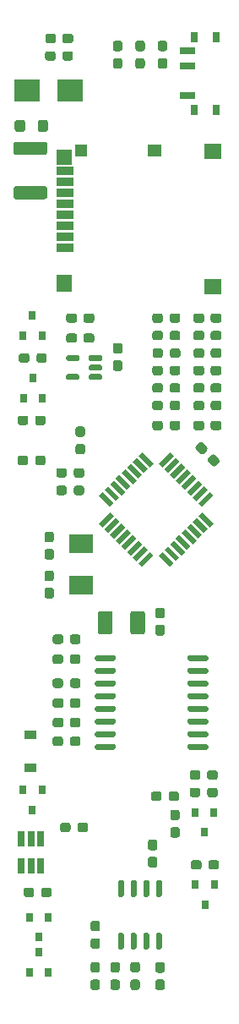
<source format=gtp>
G04 #@! TF.GenerationSoftware,KiCad,Pcbnew,(5.1.6)-1*
G04 #@! TF.CreationDate,2021-08-10T23:40:34-03:00*
G04 #@! TF.ProjectId,TPH_Logger,5450485f-4c6f-4676-9765-722e6b696361,rev?*
G04 #@! TF.SameCoordinates,Original*
G04 #@! TF.FileFunction,Paste,Top*
G04 #@! TF.FilePolarity,Positive*
%FSLAX46Y46*%
G04 Gerber Fmt 4.6, Leading zero omitted, Abs format (unit mm)*
G04 Created by KiCad (PCBNEW (5.1.6)-1) date 2021-08-10 23:40:34*
%MOMM*%
%LPD*%
G01*
G04 APERTURE LIST*
%ADD10R,2.500000X2.300000*%
%ADD11R,1.500000X0.700000*%
%ADD12R,0.800000X1.000000*%
%ADD13R,0.800000X0.900000*%
%ADD14C,0.100000*%
%ADD15R,0.650000X1.560000*%
%ADD16R,2.400000X1.900000*%
%ADD17R,1.676400X0.812800*%
%ADD18R,1.397000X1.295400*%
%ADD19R,1.701800X1.498600*%
%ADD20R,1.498600X1.701800*%
%ADD21R,1.295400X1.295400*%
%ADD22R,1.498600X1.600200*%
%ADD23R,1.200000X0.900000*%
G04 APERTURE END LIST*
D10*
X129750000Y-47500000D03*
X125450000Y-47500000D03*
D11*
X141500000Y-48000000D03*
X141500000Y-45000000D03*
X141500000Y-43500000D03*
D12*
X144360000Y-49400000D03*
X144360000Y-42100000D03*
X142150000Y-42100000D03*
X142150000Y-49400000D03*
G36*
G01*
X143175000Y-75262500D02*
X143175000Y-75737500D01*
G75*
G02*
X142937500Y-75975000I-237500J0D01*
G01*
X142337500Y-75975000D01*
G75*
G02*
X142100000Y-75737500I0J237500D01*
G01*
X142100000Y-75262500D01*
G75*
G02*
X142337500Y-75025000I237500J0D01*
G01*
X142937500Y-75025000D01*
G75*
G02*
X143175000Y-75262500I0J-237500D01*
G01*
G37*
G36*
G01*
X144900000Y-75262500D02*
X144900000Y-75737500D01*
G75*
G02*
X144662500Y-75975000I-237500J0D01*
G01*
X144062500Y-75975000D01*
G75*
G02*
X143825000Y-75737500I0J237500D01*
G01*
X143825000Y-75262500D01*
G75*
G02*
X144062500Y-75025000I237500J0D01*
G01*
X144662500Y-75025000D01*
G75*
G02*
X144900000Y-75262500I0J-237500D01*
G01*
G37*
G36*
G01*
X143175000Y-73512500D02*
X143175000Y-73987500D01*
G75*
G02*
X142937500Y-74225000I-237500J0D01*
G01*
X142337500Y-74225000D01*
G75*
G02*
X142100000Y-73987500I0J237500D01*
G01*
X142100000Y-73512500D01*
G75*
G02*
X142337500Y-73275000I237500J0D01*
G01*
X142937500Y-73275000D01*
G75*
G02*
X143175000Y-73512500I0J-237500D01*
G01*
G37*
G36*
G01*
X144900000Y-73512500D02*
X144900000Y-73987500D01*
G75*
G02*
X144662500Y-74225000I-237500J0D01*
G01*
X144062500Y-74225000D01*
G75*
G02*
X143825000Y-73987500I0J237500D01*
G01*
X143825000Y-73512500D01*
G75*
G02*
X144062500Y-73275000I237500J0D01*
G01*
X144662500Y-73275000D01*
G75*
G02*
X144900000Y-73512500I0J-237500D01*
G01*
G37*
G36*
G01*
X144900000Y-71762500D02*
X144900000Y-72237500D01*
G75*
G02*
X144662500Y-72475000I-237500J0D01*
G01*
X144062500Y-72475000D01*
G75*
G02*
X143825000Y-72237500I0J237500D01*
G01*
X143825000Y-71762500D01*
G75*
G02*
X144062500Y-71525000I237500J0D01*
G01*
X144662500Y-71525000D01*
G75*
G02*
X144900000Y-71762500I0J-237500D01*
G01*
G37*
G36*
G01*
X143175000Y-71762500D02*
X143175000Y-72237500D01*
G75*
G02*
X142937500Y-72475000I-237500J0D01*
G01*
X142337500Y-72475000D01*
G75*
G02*
X142100000Y-72237500I0J237500D01*
G01*
X142100000Y-71762500D01*
G75*
G02*
X142337500Y-71525000I237500J0D01*
G01*
X142937500Y-71525000D01*
G75*
G02*
X143175000Y-71762500I0J-237500D01*
G01*
G37*
G36*
G01*
X144900000Y-77012500D02*
X144900000Y-77487500D01*
G75*
G02*
X144662500Y-77725000I-237500J0D01*
G01*
X144062500Y-77725000D01*
G75*
G02*
X143825000Y-77487500I0J237500D01*
G01*
X143825000Y-77012500D01*
G75*
G02*
X144062500Y-76775000I237500J0D01*
G01*
X144662500Y-76775000D01*
G75*
G02*
X144900000Y-77012500I0J-237500D01*
G01*
G37*
G36*
G01*
X143175000Y-77012500D02*
X143175000Y-77487500D01*
G75*
G02*
X142937500Y-77725000I-237500J0D01*
G01*
X142337500Y-77725000D01*
G75*
G02*
X142100000Y-77487500I0J237500D01*
G01*
X142100000Y-77012500D01*
G75*
G02*
X142337500Y-76775000I237500J0D01*
G01*
X142937500Y-76775000D01*
G75*
G02*
X143175000Y-77012500I0J-237500D01*
G01*
G37*
G36*
G01*
X139025000Y-77012500D02*
X139025000Y-77487500D01*
G75*
G02*
X138787500Y-77725000I-237500J0D01*
G01*
X138212500Y-77725000D01*
G75*
G02*
X137975000Y-77487500I0J237500D01*
G01*
X137975000Y-77012500D01*
G75*
G02*
X138212500Y-76775000I237500J0D01*
G01*
X138787500Y-76775000D01*
G75*
G02*
X139025000Y-77012500I0J-237500D01*
G01*
G37*
G36*
G01*
X140775000Y-77012500D02*
X140775000Y-77487500D01*
G75*
G02*
X140537500Y-77725000I-237500J0D01*
G01*
X139962500Y-77725000D01*
G75*
G02*
X139725000Y-77487500I0J237500D01*
G01*
X139725000Y-77012500D01*
G75*
G02*
X139962500Y-76775000I237500J0D01*
G01*
X140537500Y-76775000D01*
G75*
G02*
X140775000Y-77012500I0J-237500D01*
G01*
G37*
G36*
G01*
X139037500Y-73512500D02*
X139037500Y-73987500D01*
G75*
G02*
X138800000Y-74225000I-237500J0D01*
G01*
X138225000Y-74225000D01*
G75*
G02*
X137987500Y-73987500I0J237500D01*
G01*
X137987500Y-73512500D01*
G75*
G02*
X138225000Y-73275000I237500J0D01*
G01*
X138800000Y-73275000D01*
G75*
G02*
X139037500Y-73512500I0J-237500D01*
G01*
G37*
G36*
G01*
X140787500Y-73512500D02*
X140787500Y-73987500D01*
G75*
G02*
X140550000Y-74225000I-237500J0D01*
G01*
X139975000Y-74225000D01*
G75*
G02*
X139737500Y-73987500I0J237500D01*
G01*
X139737500Y-73512500D01*
G75*
G02*
X139975000Y-73275000I237500J0D01*
G01*
X140550000Y-73275000D01*
G75*
G02*
X140787500Y-73512500I0J-237500D01*
G01*
G37*
G36*
G01*
X139025000Y-75262500D02*
X139025000Y-75737500D01*
G75*
G02*
X138787500Y-75975000I-237500J0D01*
G01*
X138212500Y-75975000D01*
G75*
G02*
X137975000Y-75737500I0J237500D01*
G01*
X137975000Y-75262500D01*
G75*
G02*
X138212500Y-75025000I237500J0D01*
G01*
X138787500Y-75025000D01*
G75*
G02*
X139025000Y-75262500I0J-237500D01*
G01*
G37*
G36*
G01*
X140775000Y-75262500D02*
X140775000Y-75737500D01*
G75*
G02*
X140537500Y-75975000I-237500J0D01*
G01*
X139962500Y-75975000D01*
G75*
G02*
X139725000Y-75737500I0J237500D01*
G01*
X139725000Y-75262500D01*
G75*
G02*
X139962500Y-75025000I237500J0D01*
G01*
X140537500Y-75025000D01*
G75*
G02*
X140775000Y-75262500I0J-237500D01*
G01*
G37*
G36*
G01*
X140775000Y-71762500D02*
X140775000Y-72237500D01*
G75*
G02*
X140537500Y-72475000I-237500J0D01*
G01*
X139962500Y-72475000D01*
G75*
G02*
X139725000Y-72237500I0J237500D01*
G01*
X139725000Y-71762500D01*
G75*
G02*
X139962500Y-71525000I237500J0D01*
G01*
X140537500Y-71525000D01*
G75*
G02*
X140775000Y-71762500I0J-237500D01*
G01*
G37*
G36*
G01*
X139025000Y-71762500D02*
X139025000Y-72237500D01*
G75*
G02*
X138787500Y-72475000I-237500J0D01*
G01*
X138212500Y-72475000D01*
G75*
G02*
X137975000Y-72237500I0J237500D01*
G01*
X137975000Y-71762500D01*
G75*
G02*
X138212500Y-71525000I237500J0D01*
G01*
X138787500Y-71525000D01*
G75*
G02*
X139025000Y-71762500I0J-237500D01*
G01*
G37*
G36*
G01*
X132937500Y-76000000D02*
X132937500Y-76300000D01*
G75*
G02*
X132787500Y-76450000I-150000J0D01*
G01*
X131762500Y-76450000D01*
G75*
G02*
X131612500Y-76300000I0J150000D01*
G01*
X131612500Y-76000000D01*
G75*
G02*
X131762500Y-75850000I150000J0D01*
G01*
X132787500Y-75850000D01*
G75*
G02*
X132937500Y-76000000I0J-150000D01*
G01*
G37*
G36*
G01*
X132937500Y-75050000D02*
X132937500Y-75350000D01*
G75*
G02*
X132787500Y-75500000I-150000J0D01*
G01*
X131762500Y-75500000D01*
G75*
G02*
X131612500Y-75350000I0J150000D01*
G01*
X131612500Y-75050000D01*
G75*
G02*
X131762500Y-74900000I150000J0D01*
G01*
X132787500Y-74900000D01*
G75*
G02*
X132937500Y-75050000I0J-150000D01*
G01*
G37*
G36*
G01*
X132937500Y-74100000D02*
X132937500Y-74400000D01*
G75*
G02*
X132787500Y-74550000I-150000J0D01*
G01*
X131762500Y-74550000D01*
G75*
G02*
X131612500Y-74400000I0J150000D01*
G01*
X131612500Y-74100000D01*
G75*
G02*
X131762500Y-73950000I150000J0D01*
G01*
X132787500Y-73950000D01*
G75*
G02*
X132937500Y-74100000I0J-150000D01*
G01*
G37*
G36*
G01*
X130662500Y-74100000D02*
X130662500Y-74400000D01*
G75*
G02*
X130512500Y-74550000I-150000J0D01*
G01*
X129487500Y-74550000D01*
G75*
G02*
X129337500Y-74400000I0J150000D01*
G01*
X129337500Y-74100000D01*
G75*
G02*
X129487500Y-73950000I150000J0D01*
G01*
X130512500Y-73950000D01*
G75*
G02*
X130662500Y-74100000I0J-150000D01*
G01*
G37*
G36*
G01*
X130662500Y-76000000D02*
X130662500Y-76300000D01*
G75*
G02*
X130512500Y-76450000I-150000J0D01*
G01*
X129487500Y-76450000D01*
G75*
G02*
X129337500Y-76300000I0J150000D01*
G01*
X129337500Y-76000000D01*
G75*
G02*
X129487500Y-75850000I150000J0D01*
G01*
X130512500Y-75850000D01*
G75*
G02*
X130662500Y-76000000I0J-150000D01*
G01*
G37*
G36*
G01*
X134995000Y-128200000D02*
X134695000Y-128200000D01*
G75*
G02*
X134545000Y-128050000I0J150000D01*
G01*
X134545000Y-126700000D01*
G75*
G02*
X134695000Y-126550000I150000J0D01*
G01*
X134995000Y-126550000D01*
G75*
G02*
X135145000Y-126700000I0J-150000D01*
G01*
X135145000Y-128050000D01*
G75*
G02*
X134995000Y-128200000I-150000J0D01*
G01*
G37*
G36*
G01*
X136265000Y-128200000D02*
X135965000Y-128200000D01*
G75*
G02*
X135815000Y-128050000I0J150000D01*
G01*
X135815000Y-126700000D01*
G75*
G02*
X135965000Y-126550000I150000J0D01*
G01*
X136265000Y-126550000D01*
G75*
G02*
X136415000Y-126700000I0J-150000D01*
G01*
X136415000Y-128050000D01*
G75*
G02*
X136265000Y-128200000I-150000J0D01*
G01*
G37*
G36*
G01*
X137535000Y-128200000D02*
X137235000Y-128200000D01*
G75*
G02*
X137085000Y-128050000I0J150000D01*
G01*
X137085000Y-126700000D01*
G75*
G02*
X137235000Y-126550000I150000J0D01*
G01*
X137535000Y-126550000D01*
G75*
G02*
X137685000Y-126700000I0J-150000D01*
G01*
X137685000Y-128050000D01*
G75*
G02*
X137535000Y-128200000I-150000J0D01*
G01*
G37*
G36*
G01*
X138805000Y-128200000D02*
X138505000Y-128200000D01*
G75*
G02*
X138355000Y-128050000I0J150000D01*
G01*
X138355000Y-126700000D01*
G75*
G02*
X138505000Y-126550000I150000J0D01*
G01*
X138805000Y-126550000D01*
G75*
G02*
X138955000Y-126700000I0J-150000D01*
G01*
X138955000Y-128050000D01*
G75*
G02*
X138805000Y-128200000I-150000J0D01*
G01*
G37*
G36*
G01*
X138805000Y-133450000D02*
X138505000Y-133450000D01*
G75*
G02*
X138355000Y-133300000I0J150000D01*
G01*
X138355000Y-131950000D01*
G75*
G02*
X138505000Y-131800000I150000J0D01*
G01*
X138805000Y-131800000D01*
G75*
G02*
X138955000Y-131950000I0J-150000D01*
G01*
X138955000Y-133300000D01*
G75*
G02*
X138805000Y-133450000I-150000J0D01*
G01*
G37*
G36*
G01*
X137535000Y-133450000D02*
X137235000Y-133450000D01*
G75*
G02*
X137085000Y-133300000I0J150000D01*
G01*
X137085000Y-131950000D01*
G75*
G02*
X137235000Y-131800000I150000J0D01*
G01*
X137535000Y-131800000D01*
G75*
G02*
X137685000Y-131950000I0J-150000D01*
G01*
X137685000Y-133300000D01*
G75*
G02*
X137535000Y-133450000I-150000J0D01*
G01*
G37*
G36*
G01*
X136265000Y-133450000D02*
X135965000Y-133450000D01*
G75*
G02*
X135815000Y-133300000I0J150000D01*
G01*
X135815000Y-131950000D01*
G75*
G02*
X135965000Y-131800000I150000J0D01*
G01*
X136265000Y-131800000D01*
G75*
G02*
X136415000Y-131950000I0J-150000D01*
G01*
X136415000Y-133300000D01*
G75*
G02*
X136265000Y-133450000I-150000J0D01*
G01*
G37*
G36*
G01*
X134995000Y-133450000D02*
X134695000Y-133450000D01*
G75*
G02*
X134545000Y-133300000I0J150000D01*
G01*
X134545000Y-131950000D01*
G75*
G02*
X134695000Y-131800000I150000J0D01*
G01*
X134995000Y-131800000D01*
G75*
G02*
X135145000Y-131950000I0J-150000D01*
G01*
X135145000Y-133300000D01*
G75*
G02*
X134995000Y-133450000I-150000J0D01*
G01*
G37*
G36*
G01*
X137250000Y-99825000D02*
X137250000Y-101675000D01*
G75*
G02*
X137000000Y-101925000I-250000J0D01*
G01*
X136000000Y-101925000D01*
G75*
G02*
X135750000Y-101675000I0J250000D01*
G01*
X135750000Y-99825000D01*
G75*
G02*
X136000000Y-99575000I250000J0D01*
G01*
X137000000Y-99575000D01*
G75*
G02*
X137250000Y-99825000I0J-250000D01*
G01*
G37*
G36*
G01*
X134000000Y-99825000D02*
X134000000Y-101675000D01*
G75*
G02*
X133750000Y-101925000I-250000J0D01*
G01*
X132750000Y-101925000D01*
G75*
G02*
X132500000Y-101675000I0J250000D01*
G01*
X132500000Y-99825000D01*
G75*
G02*
X132750000Y-99575000I250000J0D01*
G01*
X133750000Y-99575000D01*
G75*
G02*
X134000000Y-99825000I0J-250000D01*
G01*
G37*
G36*
G01*
X127200000Y-53900000D02*
X124300000Y-53900000D01*
G75*
G02*
X124050000Y-53650000I0J250000D01*
G01*
X124050000Y-52850000D01*
G75*
G02*
X124300000Y-52600000I250000J0D01*
G01*
X127200000Y-52600000D01*
G75*
G02*
X127450000Y-52850000I0J-250000D01*
G01*
X127450000Y-53650000D01*
G75*
G02*
X127200000Y-53900000I-250000J0D01*
G01*
G37*
G36*
G01*
X127200000Y-58350000D02*
X124300000Y-58350000D01*
G75*
G02*
X124050000Y-58100000I0J250000D01*
G01*
X124050000Y-57300000D01*
G75*
G02*
X124300000Y-57050000I250000J0D01*
G01*
X127200000Y-57050000D01*
G75*
G02*
X127450000Y-57300000I0J-250000D01*
G01*
X127450000Y-58100000D01*
G75*
G02*
X127200000Y-58350000I-250000J0D01*
G01*
G37*
G36*
G01*
X126475000Y-51350001D02*
X126475000Y-50649999D01*
G75*
G02*
X126724999Y-50400000I249999J0D01*
G01*
X127275001Y-50400000D01*
G75*
G02*
X127525000Y-50649999I0J-249999D01*
G01*
X127525000Y-51350001D01*
G75*
G02*
X127275001Y-51600000I-249999J0D01*
G01*
X126724999Y-51600000D01*
G75*
G02*
X126475000Y-51350001I0J249999D01*
G01*
G37*
G36*
G01*
X124175000Y-51350001D02*
X124175000Y-50649999D01*
G75*
G02*
X124424999Y-50400000I249999J0D01*
G01*
X124975001Y-50400000D01*
G75*
G02*
X125225000Y-50649999I0J-249999D01*
G01*
X125225000Y-51350001D01*
G75*
G02*
X124975001Y-51600000I-249999J0D01*
G01*
X124424999Y-51600000D01*
G75*
G02*
X124175000Y-51350001I0J249999D01*
G01*
G37*
D13*
X126000000Y-76250000D03*
X126950000Y-78250000D03*
X125050000Y-78250000D03*
X126900000Y-117500000D03*
X125000000Y-117500000D03*
X125950000Y-119500000D03*
X125000000Y-72000000D03*
X126900000Y-72000000D03*
X125950000Y-70000000D03*
X127540000Y-130220000D03*
X125640000Y-130220000D03*
X126590000Y-132220000D03*
X126590000Y-133760000D03*
X127540000Y-135760000D03*
X125640000Y-135760000D03*
D14*
G36*
X132984656Y-91204862D02*
G01*
X132595747Y-90815953D01*
X133727118Y-89684582D01*
X134116027Y-90073491D01*
X132984656Y-91204862D01*
G37*
G36*
X133550342Y-91770547D02*
G01*
X133161433Y-91381638D01*
X134292804Y-90250267D01*
X134681713Y-90639176D01*
X133550342Y-91770547D01*
G37*
G36*
X134116027Y-92336233D02*
G01*
X133727118Y-91947324D01*
X134858489Y-90815953D01*
X135247398Y-91204862D01*
X134116027Y-92336233D01*
G37*
G36*
X134681712Y-92901918D02*
G01*
X134292803Y-92513009D01*
X135424174Y-91381638D01*
X135813083Y-91770547D01*
X134681712Y-92901918D01*
G37*
G36*
X135247398Y-93467604D02*
G01*
X134858489Y-93078695D01*
X135989860Y-91947324D01*
X136378769Y-92336233D01*
X135247398Y-93467604D01*
G37*
G36*
X135813083Y-94033289D02*
G01*
X135424174Y-93644380D01*
X136555545Y-92513009D01*
X136944454Y-92901918D01*
X135813083Y-94033289D01*
G37*
G36*
X136378769Y-94598974D02*
G01*
X135989860Y-94210065D01*
X137121231Y-93078694D01*
X137510140Y-93467603D01*
X136378769Y-94598974D01*
G37*
G36*
X136944454Y-95164660D02*
G01*
X136555545Y-94775751D01*
X137686916Y-93644380D01*
X138075825Y-94033289D01*
X136944454Y-95164660D01*
G37*
G36*
X140126435Y-94775751D02*
G01*
X139737526Y-95164660D01*
X138606155Y-94033289D01*
X138995064Y-93644380D01*
X140126435Y-94775751D01*
G37*
G36*
X140692120Y-94210065D02*
G01*
X140303211Y-94598974D01*
X139171840Y-93467603D01*
X139560749Y-93078694D01*
X140692120Y-94210065D01*
G37*
G36*
X141257806Y-93644380D02*
G01*
X140868897Y-94033289D01*
X139737526Y-92901918D01*
X140126435Y-92513009D01*
X141257806Y-93644380D01*
G37*
G36*
X141823491Y-93078695D02*
G01*
X141434582Y-93467604D01*
X140303211Y-92336233D01*
X140692120Y-91947324D01*
X141823491Y-93078695D01*
G37*
G36*
X142389177Y-92513009D02*
G01*
X142000268Y-92901918D01*
X140868897Y-91770547D01*
X141257806Y-91381638D01*
X142389177Y-92513009D01*
G37*
G36*
X142954862Y-91947324D02*
G01*
X142565953Y-92336233D01*
X141434582Y-91204862D01*
X141823491Y-90815953D01*
X142954862Y-91947324D01*
G37*
G36*
X143520547Y-91381638D02*
G01*
X143131638Y-91770547D01*
X142000267Y-90639176D01*
X142389176Y-90250267D01*
X143520547Y-91381638D01*
G37*
G36*
X144086233Y-90815953D02*
G01*
X143697324Y-91204862D01*
X142565953Y-90073491D01*
X142954862Y-89684582D01*
X144086233Y-90815953D01*
G37*
G36*
X142954862Y-89154252D02*
G01*
X142565953Y-88765343D01*
X143697324Y-87633972D01*
X144086233Y-88022881D01*
X142954862Y-89154252D01*
G37*
G36*
X142389176Y-88588567D02*
G01*
X142000267Y-88199658D01*
X143131638Y-87068287D01*
X143520547Y-87457196D01*
X142389176Y-88588567D01*
G37*
G36*
X141823491Y-88022881D02*
G01*
X141434582Y-87633972D01*
X142565953Y-86502601D01*
X142954862Y-86891510D01*
X141823491Y-88022881D01*
G37*
G36*
X141257806Y-87457196D02*
G01*
X140868897Y-87068287D01*
X142000268Y-85936916D01*
X142389177Y-86325825D01*
X141257806Y-87457196D01*
G37*
G36*
X140692120Y-86891510D02*
G01*
X140303211Y-86502601D01*
X141434582Y-85371230D01*
X141823491Y-85760139D01*
X140692120Y-86891510D01*
G37*
G36*
X140126435Y-86325825D02*
G01*
X139737526Y-85936916D01*
X140868897Y-84805545D01*
X141257806Y-85194454D01*
X140126435Y-86325825D01*
G37*
G36*
X139560749Y-85760140D02*
G01*
X139171840Y-85371231D01*
X140303211Y-84239860D01*
X140692120Y-84628769D01*
X139560749Y-85760140D01*
G37*
G36*
X138995064Y-85194454D02*
G01*
X138606155Y-84805545D01*
X139737526Y-83674174D01*
X140126435Y-84063083D01*
X138995064Y-85194454D01*
G37*
G36*
X138075825Y-84805545D02*
G01*
X137686916Y-85194454D01*
X136555545Y-84063083D01*
X136944454Y-83674174D01*
X138075825Y-84805545D01*
G37*
G36*
X137510140Y-85371231D02*
G01*
X137121231Y-85760140D01*
X135989860Y-84628769D01*
X136378769Y-84239860D01*
X137510140Y-85371231D01*
G37*
G36*
X136944454Y-85936916D02*
G01*
X136555545Y-86325825D01*
X135424174Y-85194454D01*
X135813083Y-84805545D01*
X136944454Y-85936916D01*
G37*
G36*
X136378769Y-86502601D02*
G01*
X135989860Y-86891510D01*
X134858489Y-85760139D01*
X135247398Y-85371230D01*
X136378769Y-86502601D01*
G37*
G36*
X135813083Y-87068287D02*
G01*
X135424174Y-87457196D01*
X134292803Y-86325825D01*
X134681712Y-85936916D01*
X135813083Y-87068287D01*
G37*
G36*
X135247398Y-87633972D02*
G01*
X134858489Y-88022881D01*
X133727118Y-86891510D01*
X134116027Y-86502601D01*
X135247398Y-87633972D01*
G37*
G36*
X134681713Y-88199658D02*
G01*
X134292804Y-88588567D01*
X133161433Y-87457196D01*
X133550342Y-87068287D01*
X134681713Y-88199658D01*
G37*
G36*
X134116027Y-88765343D02*
G01*
X133727118Y-89154252D01*
X132595747Y-88022881D01*
X132984656Y-87633972D01*
X134116027Y-88765343D01*
G37*
G36*
G01*
X132225000Y-104455000D02*
X132225000Y-104155000D01*
G75*
G02*
X132375000Y-104005000I150000J0D01*
G01*
X134125000Y-104005000D01*
G75*
G02*
X134275000Y-104155000I0J-150000D01*
G01*
X134275000Y-104455000D01*
G75*
G02*
X134125000Y-104605000I-150000J0D01*
G01*
X132375000Y-104605000D01*
G75*
G02*
X132225000Y-104455000I0J150000D01*
G01*
G37*
G36*
G01*
X132225000Y-105725000D02*
X132225000Y-105425000D01*
G75*
G02*
X132375000Y-105275000I150000J0D01*
G01*
X134125000Y-105275000D01*
G75*
G02*
X134275000Y-105425000I0J-150000D01*
G01*
X134275000Y-105725000D01*
G75*
G02*
X134125000Y-105875000I-150000J0D01*
G01*
X132375000Y-105875000D01*
G75*
G02*
X132225000Y-105725000I0J150000D01*
G01*
G37*
G36*
G01*
X132225000Y-106995000D02*
X132225000Y-106695000D01*
G75*
G02*
X132375000Y-106545000I150000J0D01*
G01*
X134125000Y-106545000D01*
G75*
G02*
X134275000Y-106695000I0J-150000D01*
G01*
X134275000Y-106995000D01*
G75*
G02*
X134125000Y-107145000I-150000J0D01*
G01*
X132375000Y-107145000D01*
G75*
G02*
X132225000Y-106995000I0J150000D01*
G01*
G37*
G36*
G01*
X132225000Y-108265000D02*
X132225000Y-107965000D01*
G75*
G02*
X132375000Y-107815000I150000J0D01*
G01*
X134125000Y-107815000D01*
G75*
G02*
X134275000Y-107965000I0J-150000D01*
G01*
X134275000Y-108265000D01*
G75*
G02*
X134125000Y-108415000I-150000J0D01*
G01*
X132375000Y-108415000D01*
G75*
G02*
X132225000Y-108265000I0J150000D01*
G01*
G37*
G36*
G01*
X132225000Y-109535000D02*
X132225000Y-109235000D01*
G75*
G02*
X132375000Y-109085000I150000J0D01*
G01*
X134125000Y-109085000D01*
G75*
G02*
X134275000Y-109235000I0J-150000D01*
G01*
X134275000Y-109535000D01*
G75*
G02*
X134125000Y-109685000I-150000J0D01*
G01*
X132375000Y-109685000D01*
G75*
G02*
X132225000Y-109535000I0J150000D01*
G01*
G37*
G36*
G01*
X132225000Y-110805000D02*
X132225000Y-110505000D01*
G75*
G02*
X132375000Y-110355000I150000J0D01*
G01*
X134125000Y-110355000D01*
G75*
G02*
X134275000Y-110505000I0J-150000D01*
G01*
X134275000Y-110805000D01*
G75*
G02*
X134125000Y-110955000I-150000J0D01*
G01*
X132375000Y-110955000D01*
G75*
G02*
X132225000Y-110805000I0J150000D01*
G01*
G37*
G36*
G01*
X132225000Y-112075000D02*
X132225000Y-111775000D01*
G75*
G02*
X132375000Y-111625000I150000J0D01*
G01*
X134125000Y-111625000D01*
G75*
G02*
X134275000Y-111775000I0J-150000D01*
G01*
X134275000Y-112075000D01*
G75*
G02*
X134125000Y-112225000I-150000J0D01*
G01*
X132375000Y-112225000D01*
G75*
G02*
X132225000Y-112075000I0J150000D01*
G01*
G37*
G36*
G01*
X132225000Y-113345000D02*
X132225000Y-113045000D01*
G75*
G02*
X132375000Y-112895000I150000J0D01*
G01*
X134125000Y-112895000D01*
G75*
G02*
X134275000Y-113045000I0J-150000D01*
G01*
X134275000Y-113345000D01*
G75*
G02*
X134125000Y-113495000I-150000J0D01*
G01*
X132375000Y-113495000D01*
G75*
G02*
X132225000Y-113345000I0J150000D01*
G01*
G37*
G36*
G01*
X141525000Y-113345000D02*
X141525000Y-113045000D01*
G75*
G02*
X141675000Y-112895000I150000J0D01*
G01*
X143425000Y-112895000D01*
G75*
G02*
X143575000Y-113045000I0J-150000D01*
G01*
X143575000Y-113345000D01*
G75*
G02*
X143425000Y-113495000I-150000J0D01*
G01*
X141675000Y-113495000D01*
G75*
G02*
X141525000Y-113345000I0J150000D01*
G01*
G37*
G36*
G01*
X141525000Y-112075000D02*
X141525000Y-111775000D01*
G75*
G02*
X141675000Y-111625000I150000J0D01*
G01*
X143425000Y-111625000D01*
G75*
G02*
X143575000Y-111775000I0J-150000D01*
G01*
X143575000Y-112075000D01*
G75*
G02*
X143425000Y-112225000I-150000J0D01*
G01*
X141675000Y-112225000D01*
G75*
G02*
X141525000Y-112075000I0J150000D01*
G01*
G37*
G36*
G01*
X141525000Y-110805000D02*
X141525000Y-110505000D01*
G75*
G02*
X141675000Y-110355000I150000J0D01*
G01*
X143425000Y-110355000D01*
G75*
G02*
X143575000Y-110505000I0J-150000D01*
G01*
X143575000Y-110805000D01*
G75*
G02*
X143425000Y-110955000I-150000J0D01*
G01*
X141675000Y-110955000D01*
G75*
G02*
X141525000Y-110805000I0J150000D01*
G01*
G37*
G36*
G01*
X141525000Y-109535000D02*
X141525000Y-109235000D01*
G75*
G02*
X141675000Y-109085000I150000J0D01*
G01*
X143425000Y-109085000D01*
G75*
G02*
X143575000Y-109235000I0J-150000D01*
G01*
X143575000Y-109535000D01*
G75*
G02*
X143425000Y-109685000I-150000J0D01*
G01*
X141675000Y-109685000D01*
G75*
G02*
X141525000Y-109535000I0J150000D01*
G01*
G37*
G36*
G01*
X141525000Y-108265000D02*
X141525000Y-107965000D01*
G75*
G02*
X141675000Y-107815000I150000J0D01*
G01*
X143425000Y-107815000D01*
G75*
G02*
X143575000Y-107965000I0J-150000D01*
G01*
X143575000Y-108265000D01*
G75*
G02*
X143425000Y-108415000I-150000J0D01*
G01*
X141675000Y-108415000D01*
G75*
G02*
X141525000Y-108265000I0J150000D01*
G01*
G37*
G36*
G01*
X141525000Y-106995000D02*
X141525000Y-106695000D01*
G75*
G02*
X141675000Y-106545000I150000J0D01*
G01*
X143425000Y-106545000D01*
G75*
G02*
X143575000Y-106695000I0J-150000D01*
G01*
X143575000Y-106995000D01*
G75*
G02*
X143425000Y-107145000I-150000J0D01*
G01*
X141675000Y-107145000D01*
G75*
G02*
X141525000Y-106995000I0J150000D01*
G01*
G37*
G36*
G01*
X141525000Y-105725000D02*
X141525000Y-105425000D01*
G75*
G02*
X141675000Y-105275000I150000J0D01*
G01*
X143425000Y-105275000D01*
G75*
G02*
X143575000Y-105425000I0J-150000D01*
G01*
X143575000Y-105725000D01*
G75*
G02*
X143425000Y-105875000I-150000J0D01*
G01*
X141675000Y-105875000D01*
G75*
G02*
X141525000Y-105725000I0J150000D01*
G01*
G37*
G36*
G01*
X141525000Y-104455000D02*
X141525000Y-104155000D01*
G75*
G02*
X141675000Y-104005000I150000J0D01*
G01*
X143425000Y-104005000D01*
G75*
G02*
X143575000Y-104155000I0J-150000D01*
G01*
X143575000Y-104455000D01*
G75*
G02*
X143425000Y-104605000I-150000J0D01*
G01*
X141675000Y-104605000D01*
G75*
G02*
X141525000Y-104455000I0J150000D01*
G01*
G37*
D15*
X125800000Y-122400000D03*
X124850000Y-122400000D03*
X126750000Y-122400000D03*
X126750000Y-125100000D03*
X125800000Y-125100000D03*
X124850000Y-125100000D03*
D16*
X130815800Y-96979229D03*
X130815800Y-92879229D03*
G36*
G01*
X143175000Y-70012500D02*
X143175000Y-70487500D01*
G75*
G02*
X142937500Y-70725000I-237500J0D01*
G01*
X142337500Y-70725000D01*
G75*
G02*
X142100000Y-70487500I0J237500D01*
G01*
X142100000Y-70012500D01*
G75*
G02*
X142337500Y-69775000I237500J0D01*
G01*
X142937500Y-69775000D01*
G75*
G02*
X143175000Y-70012500I0J-237500D01*
G01*
G37*
G36*
G01*
X144900000Y-70012500D02*
X144900000Y-70487500D01*
G75*
G02*
X144662500Y-70725000I-237500J0D01*
G01*
X144062500Y-70725000D01*
G75*
G02*
X143825000Y-70487500I0J237500D01*
G01*
X143825000Y-70012500D01*
G75*
G02*
X144062500Y-69775000I237500J0D01*
G01*
X144662500Y-69775000D01*
G75*
G02*
X144900000Y-70012500I0J-237500D01*
G01*
G37*
G36*
G01*
X143438128Y-83492372D02*
X143102252Y-83828248D01*
G75*
G02*
X142766376Y-83828248I-167938J167938D01*
G01*
X142342112Y-83403984D01*
G75*
G02*
X142342112Y-83068108I167938J167938D01*
G01*
X142677988Y-82732232D01*
G75*
G02*
X143013864Y-82732232I167938J-167938D01*
G01*
X143438128Y-83156496D01*
G75*
G02*
X143438128Y-83492372I-167938J-167938D01*
G01*
G37*
G36*
G01*
X144657888Y-84712132D02*
X144322012Y-85048008D01*
G75*
G02*
X143986136Y-85048008I-167938J167938D01*
G01*
X143561872Y-84623744D01*
G75*
G02*
X143561872Y-84287868I167938J167938D01*
G01*
X143897748Y-83951992D01*
G75*
G02*
X144233624Y-83951992I167938J-167938D01*
G01*
X144657888Y-84376256D01*
G75*
G02*
X144657888Y-84712132I-167938J-167938D01*
G01*
G37*
G36*
G01*
X138987500Y-102037500D02*
X138512500Y-102037500D01*
G75*
G02*
X138275000Y-101800000I0J237500D01*
G01*
X138275000Y-101200000D01*
G75*
G02*
X138512500Y-100962500I237500J0D01*
G01*
X138987500Y-100962500D01*
G75*
G02*
X139225000Y-101200000I0J-237500D01*
G01*
X139225000Y-101800000D01*
G75*
G02*
X138987500Y-102037500I-237500J0D01*
G01*
G37*
G36*
G01*
X138987500Y-100312500D02*
X138512500Y-100312500D01*
G75*
G02*
X138275000Y-100075000I0J237500D01*
G01*
X138275000Y-99475000D01*
G75*
G02*
X138512500Y-99237500I237500J0D01*
G01*
X138987500Y-99237500D01*
G75*
G02*
X139225000Y-99475000I0J-237500D01*
G01*
X139225000Y-100075000D01*
G75*
G02*
X138987500Y-100312500I-237500J0D01*
G01*
G37*
G36*
G01*
X129712500Y-110987500D02*
X129712500Y-110512500D01*
G75*
G02*
X129950000Y-110275000I237500J0D01*
G01*
X130550000Y-110275000D01*
G75*
G02*
X130787500Y-110512500I0J-237500D01*
G01*
X130787500Y-110987500D01*
G75*
G02*
X130550000Y-111225000I-237500J0D01*
G01*
X129950000Y-111225000D01*
G75*
G02*
X129712500Y-110987500I0J237500D01*
G01*
G37*
G36*
G01*
X127987500Y-110987500D02*
X127987500Y-110512500D01*
G75*
G02*
X128225000Y-110275000I237500J0D01*
G01*
X128825000Y-110275000D01*
G75*
G02*
X129062500Y-110512500I0J-237500D01*
G01*
X129062500Y-110987500D01*
G75*
G02*
X128825000Y-111225000I-237500J0D01*
G01*
X128225000Y-111225000D01*
G75*
G02*
X127987500Y-110987500I0J237500D01*
G01*
G37*
G36*
G01*
X127871319Y-94434623D02*
X127396319Y-94434623D01*
G75*
G02*
X127158819Y-94197123I0J237500D01*
G01*
X127158819Y-93597123D01*
G75*
G02*
X127396319Y-93359623I237500J0D01*
G01*
X127871319Y-93359623D01*
G75*
G02*
X128108819Y-93597123I0J-237500D01*
G01*
X128108819Y-94197123D01*
G75*
G02*
X127871319Y-94434623I-237500J0D01*
G01*
G37*
G36*
G01*
X127871319Y-92709623D02*
X127396319Y-92709623D01*
G75*
G02*
X127158819Y-92472123I0J237500D01*
G01*
X127158819Y-91872123D01*
G75*
G02*
X127396319Y-91634623I237500J0D01*
G01*
X127871319Y-91634623D01*
G75*
G02*
X128108819Y-91872123I0J-237500D01*
G01*
X128108819Y-92472123D01*
G75*
G02*
X127871319Y-92709623I-237500J0D01*
G01*
G37*
G36*
G01*
X127396319Y-95523710D02*
X127871319Y-95523710D01*
G75*
G02*
X128108819Y-95761210I0J-237500D01*
G01*
X128108819Y-96361210D01*
G75*
G02*
X127871319Y-96598710I-237500J0D01*
G01*
X127396319Y-96598710D01*
G75*
G02*
X127158819Y-96361210I0J237500D01*
G01*
X127158819Y-95761210D01*
G75*
G02*
X127396319Y-95523710I237500J0D01*
G01*
G37*
G36*
G01*
X127396319Y-97248710D02*
X127871319Y-97248710D01*
G75*
G02*
X128108819Y-97486210I0J-237500D01*
G01*
X128108819Y-98086210D01*
G75*
G02*
X127871319Y-98323710I-237500J0D01*
G01*
X127396319Y-98323710D01*
G75*
G02*
X127158819Y-98086210I0J237500D01*
G01*
X127158819Y-97486210D01*
G75*
G02*
X127396319Y-97248710I237500J0D01*
G01*
G37*
G36*
G01*
X143175000Y-78762500D02*
X143175000Y-79237500D01*
G75*
G02*
X142937500Y-79475000I-237500J0D01*
G01*
X142337500Y-79475000D01*
G75*
G02*
X142100000Y-79237500I0J237500D01*
G01*
X142100000Y-78762500D01*
G75*
G02*
X142337500Y-78525000I237500J0D01*
G01*
X142937500Y-78525000D01*
G75*
G02*
X143175000Y-78762500I0J-237500D01*
G01*
G37*
G36*
G01*
X144900000Y-78762500D02*
X144900000Y-79237500D01*
G75*
G02*
X144662500Y-79475000I-237500J0D01*
G01*
X144062500Y-79475000D01*
G75*
G02*
X143825000Y-79237500I0J237500D01*
G01*
X143825000Y-78762500D01*
G75*
G02*
X144062500Y-78525000I237500J0D01*
G01*
X144662500Y-78525000D01*
G75*
G02*
X144900000Y-78762500I0J-237500D01*
G01*
G37*
G36*
G01*
X142100000Y-81237500D02*
X142100000Y-80762500D01*
G75*
G02*
X142337500Y-80525000I237500J0D01*
G01*
X142937500Y-80525000D01*
G75*
G02*
X143175000Y-80762500I0J-237500D01*
G01*
X143175000Y-81237500D01*
G75*
G02*
X142937500Y-81475000I-237500J0D01*
G01*
X142337500Y-81475000D01*
G75*
G02*
X142100000Y-81237500I0J237500D01*
G01*
G37*
G36*
G01*
X143825000Y-81237500D02*
X143825000Y-80762500D01*
G75*
G02*
X144062500Y-80525000I237500J0D01*
G01*
X144662500Y-80525000D01*
G75*
G02*
X144900000Y-80762500I0J-237500D01*
G01*
X144900000Y-81237500D01*
G75*
G02*
X144662500Y-81475000I-237500J0D01*
G01*
X144062500Y-81475000D01*
G75*
G02*
X143825000Y-81237500I0J237500D01*
G01*
G37*
G36*
G01*
X127987500Y-109037500D02*
X127987500Y-108562500D01*
G75*
G02*
X128225000Y-108325000I237500J0D01*
G01*
X128825000Y-108325000D01*
G75*
G02*
X129062500Y-108562500I0J-237500D01*
G01*
X129062500Y-109037500D01*
G75*
G02*
X128825000Y-109275000I-237500J0D01*
G01*
X128225000Y-109275000D01*
G75*
G02*
X127987500Y-109037500I0J237500D01*
G01*
G37*
G36*
G01*
X129712500Y-109037500D02*
X129712500Y-108562500D01*
G75*
G02*
X129950000Y-108325000I237500J0D01*
G01*
X130550000Y-108325000D01*
G75*
G02*
X130787500Y-108562500I0J-237500D01*
G01*
X130787500Y-109037500D01*
G75*
G02*
X130550000Y-109275000I-237500J0D01*
G01*
X129950000Y-109275000D01*
G75*
G02*
X129712500Y-109037500I0J237500D01*
G01*
G37*
G36*
G01*
X129062500Y-102162500D02*
X129062500Y-102637500D01*
G75*
G02*
X128825000Y-102875000I-237500J0D01*
G01*
X128225000Y-102875000D01*
G75*
G02*
X127987500Y-102637500I0J237500D01*
G01*
X127987500Y-102162500D01*
G75*
G02*
X128225000Y-101925000I237500J0D01*
G01*
X128825000Y-101925000D01*
G75*
G02*
X129062500Y-102162500I0J-237500D01*
G01*
G37*
G36*
G01*
X130787500Y-102162500D02*
X130787500Y-102637500D01*
G75*
G02*
X130550000Y-102875000I-237500J0D01*
G01*
X129950000Y-102875000D01*
G75*
G02*
X129712500Y-102637500I0J237500D01*
G01*
X129712500Y-102162500D01*
G75*
G02*
X129950000Y-101925000I237500J0D01*
G01*
X130550000Y-101925000D01*
G75*
G02*
X130787500Y-102162500I0J-237500D01*
G01*
G37*
G36*
G01*
X128962500Y-42487500D02*
X128962500Y-42012500D01*
G75*
G02*
X129200000Y-41775000I237500J0D01*
G01*
X129800000Y-41775000D01*
G75*
G02*
X130037500Y-42012500I0J-237500D01*
G01*
X130037500Y-42487500D01*
G75*
G02*
X129800000Y-42725000I-237500J0D01*
G01*
X129200000Y-42725000D01*
G75*
G02*
X128962500Y-42487500I0J237500D01*
G01*
G37*
G36*
G01*
X127237500Y-42487500D02*
X127237500Y-42012500D01*
G75*
G02*
X127475000Y-41775000I237500J0D01*
G01*
X128075000Y-41775000D01*
G75*
G02*
X128312500Y-42012500I0J-237500D01*
G01*
X128312500Y-42487500D01*
G75*
G02*
X128075000Y-42725000I-237500J0D01*
G01*
X127475000Y-42725000D01*
G75*
G02*
X127237500Y-42487500I0J237500D01*
G01*
G37*
G36*
G01*
X138987500Y-137537500D02*
X138512500Y-137537500D01*
G75*
G02*
X138275000Y-137300000I0J237500D01*
G01*
X138275000Y-136700000D01*
G75*
G02*
X138512500Y-136462500I237500J0D01*
G01*
X138987500Y-136462500D01*
G75*
G02*
X139225000Y-136700000I0J-237500D01*
G01*
X139225000Y-137300000D01*
G75*
G02*
X138987500Y-137537500I-237500J0D01*
G01*
G37*
G36*
G01*
X138987500Y-135812500D02*
X138512500Y-135812500D01*
G75*
G02*
X138275000Y-135575000I0J237500D01*
G01*
X138275000Y-134975000D01*
G75*
G02*
X138512500Y-134737500I237500J0D01*
G01*
X138987500Y-134737500D01*
G75*
G02*
X139225000Y-134975000I0J-237500D01*
G01*
X139225000Y-135575000D01*
G75*
G02*
X138987500Y-135812500I-237500J0D01*
G01*
G37*
G36*
G01*
X137762500Y-124187500D02*
X138237500Y-124187500D01*
G75*
G02*
X138475000Y-124425000I0J-237500D01*
G01*
X138475000Y-125025000D01*
G75*
G02*
X138237500Y-125262500I-237500J0D01*
G01*
X137762500Y-125262500D01*
G75*
G02*
X137525000Y-125025000I0J237500D01*
G01*
X137525000Y-124425000D01*
G75*
G02*
X137762500Y-124187500I237500J0D01*
G01*
G37*
G36*
G01*
X137762500Y-122462500D02*
X138237500Y-122462500D01*
G75*
G02*
X138475000Y-122700000I0J-237500D01*
G01*
X138475000Y-123300000D01*
G75*
G02*
X138237500Y-123537500I-237500J0D01*
G01*
X137762500Y-123537500D01*
G75*
G02*
X137525000Y-123300000I0J237500D01*
G01*
X137525000Y-122700000D01*
G75*
G02*
X137762500Y-122462500I237500J0D01*
G01*
G37*
G36*
G01*
X131075000Y-72487500D02*
X131075000Y-72012500D01*
G75*
G02*
X131312500Y-71775000I237500J0D01*
G01*
X131912500Y-71775000D01*
G75*
G02*
X132150000Y-72012500I0J-237500D01*
G01*
X132150000Y-72487500D01*
G75*
G02*
X131912500Y-72725000I-237500J0D01*
G01*
X131312500Y-72725000D01*
G75*
G02*
X131075000Y-72487500I0J237500D01*
G01*
G37*
G36*
G01*
X129350000Y-72487500D02*
X129350000Y-72012500D01*
G75*
G02*
X129587500Y-71775000I237500J0D01*
G01*
X130187500Y-71775000D01*
G75*
G02*
X130425000Y-72012500I0J-237500D01*
G01*
X130425000Y-72487500D01*
G75*
G02*
X130187500Y-72725000I-237500J0D01*
G01*
X129587500Y-72725000D01*
G75*
G02*
X129350000Y-72487500I0J237500D01*
G01*
G37*
G36*
G01*
X129350000Y-70487500D02*
X129350000Y-70012500D01*
G75*
G02*
X129587500Y-69775000I237500J0D01*
G01*
X130187500Y-69775000D01*
G75*
G02*
X130425000Y-70012500I0J-237500D01*
G01*
X130425000Y-70487500D01*
G75*
G02*
X130187500Y-70725000I-237500J0D01*
G01*
X129587500Y-70725000D01*
G75*
G02*
X129350000Y-70487500I0J237500D01*
G01*
G37*
G36*
G01*
X131075000Y-70487500D02*
X131075000Y-70012500D01*
G75*
G02*
X131312500Y-69775000I237500J0D01*
G01*
X131912500Y-69775000D01*
G75*
G02*
X132150000Y-70012500I0J-237500D01*
G01*
X132150000Y-70487500D01*
G75*
G02*
X131912500Y-70725000I-237500J0D01*
G01*
X131312500Y-70725000D01*
G75*
G02*
X131075000Y-70487500I0J237500D01*
G01*
G37*
G36*
G01*
X140775000Y-70012500D02*
X140775000Y-70487500D01*
G75*
G02*
X140537500Y-70725000I-237500J0D01*
G01*
X139962500Y-70725000D01*
G75*
G02*
X139725000Y-70487500I0J237500D01*
G01*
X139725000Y-70012500D01*
G75*
G02*
X139962500Y-69775000I237500J0D01*
G01*
X140537500Y-69775000D01*
G75*
G02*
X140775000Y-70012500I0J-237500D01*
G01*
G37*
G36*
G01*
X139025000Y-70012500D02*
X139025000Y-70487500D01*
G75*
G02*
X138787500Y-70725000I-237500J0D01*
G01*
X138212500Y-70725000D01*
G75*
G02*
X137975000Y-70487500I0J237500D01*
G01*
X137975000Y-70012500D01*
G75*
G02*
X138212500Y-69775000I237500J0D01*
G01*
X138787500Y-69775000D01*
G75*
G02*
X139025000Y-70012500I0J-237500D01*
G01*
G37*
G36*
G01*
X125525000Y-80262500D02*
X125525000Y-80737500D01*
G75*
G02*
X125287500Y-80975000I-237500J0D01*
G01*
X124712500Y-80975000D01*
G75*
G02*
X124475000Y-80737500I0J237500D01*
G01*
X124475000Y-80262500D01*
G75*
G02*
X124712500Y-80025000I237500J0D01*
G01*
X125287500Y-80025000D01*
G75*
G02*
X125525000Y-80262500I0J-237500D01*
G01*
G37*
G36*
G01*
X127275000Y-80262500D02*
X127275000Y-80737500D01*
G75*
G02*
X127037500Y-80975000I-237500J0D01*
G01*
X126462500Y-80975000D01*
G75*
G02*
X126225000Y-80737500I0J237500D01*
G01*
X126225000Y-80262500D01*
G75*
G02*
X126462500Y-80025000I237500J0D01*
G01*
X127037500Y-80025000D01*
G75*
G02*
X127275000Y-80262500I0J-237500D01*
G01*
G37*
G36*
G01*
X130512500Y-81100000D02*
X130987500Y-81100000D01*
G75*
G02*
X131225000Y-81337500I0J-237500D01*
G01*
X131225000Y-81912500D01*
G75*
G02*
X130987500Y-82150000I-237500J0D01*
G01*
X130512500Y-82150000D01*
G75*
G02*
X130275000Y-81912500I0J237500D01*
G01*
X130275000Y-81337500D01*
G75*
G02*
X130512500Y-81100000I237500J0D01*
G01*
G37*
G36*
G01*
X130512500Y-82850000D02*
X130987500Y-82850000D01*
G75*
G02*
X131225000Y-83087500I0J-237500D01*
G01*
X131225000Y-83662500D01*
G75*
G02*
X130987500Y-83900000I-237500J0D01*
G01*
X130512500Y-83900000D01*
G75*
G02*
X130275000Y-83662500I0J237500D01*
G01*
X130275000Y-83087500D01*
G75*
G02*
X130512500Y-82850000I237500J0D01*
G01*
G37*
G36*
G01*
X137975000Y-79237500D02*
X137975000Y-78762500D01*
G75*
G02*
X138212500Y-78525000I237500J0D01*
G01*
X138787500Y-78525000D01*
G75*
G02*
X139025000Y-78762500I0J-237500D01*
G01*
X139025000Y-79237500D01*
G75*
G02*
X138787500Y-79475000I-237500J0D01*
G01*
X138212500Y-79475000D01*
G75*
G02*
X137975000Y-79237500I0J237500D01*
G01*
G37*
G36*
G01*
X139725000Y-79237500D02*
X139725000Y-78762500D01*
G75*
G02*
X139962500Y-78525000I237500J0D01*
G01*
X140537500Y-78525000D01*
G75*
G02*
X140775000Y-78762500I0J-237500D01*
G01*
X140775000Y-79237500D01*
G75*
G02*
X140537500Y-79475000I-237500J0D01*
G01*
X139962500Y-79475000D01*
G75*
G02*
X139725000Y-79237500I0J237500D01*
G01*
G37*
G36*
G01*
X137975000Y-81237500D02*
X137975000Y-80762500D01*
G75*
G02*
X138212500Y-80525000I237500J0D01*
G01*
X138787500Y-80525000D01*
G75*
G02*
X139025000Y-80762500I0J-237500D01*
G01*
X139025000Y-81237500D01*
G75*
G02*
X138787500Y-81475000I-237500J0D01*
G01*
X138212500Y-81475000D01*
G75*
G02*
X137975000Y-81237500I0J237500D01*
G01*
G37*
G36*
G01*
X139725000Y-81237500D02*
X139725000Y-80762500D01*
G75*
G02*
X139962500Y-80525000I237500J0D01*
G01*
X140537500Y-80525000D01*
G75*
G02*
X140775000Y-80762500I0J-237500D01*
G01*
X140775000Y-81237500D01*
G75*
G02*
X140537500Y-81475000I-237500J0D01*
G01*
X139962500Y-81475000D01*
G75*
G02*
X139725000Y-81237500I0J237500D01*
G01*
G37*
G36*
G01*
X130775000Y-106562500D02*
X130775000Y-107037500D01*
G75*
G02*
X130537500Y-107275000I-237500J0D01*
G01*
X129962500Y-107275000D01*
G75*
G02*
X129725000Y-107037500I0J237500D01*
G01*
X129725000Y-106562500D01*
G75*
G02*
X129962500Y-106325000I237500J0D01*
G01*
X130537500Y-106325000D01*
G75*
G02*
X130775000Y-106562500I0J-237500D01*
G01*
G37*
G36*
G01*
X129025000Y-106562500D02*
X129025000Y-107037500D01*
G75*
G02*
X128787500Y-107275000I-237500J0D01*
G01*
X128212500Y-107275000D01*
G75*
G02*
X127975000Y-107037500I0J237500D01*
G01*
X127975000Y-106562500D01*
G75*
G02*
X128212500Y-106325000I237500J0D01*
G01*
X128787500Y-106325000D01*
G75*
G02*
X129025000Y-106562500I0J-237500D01*
G01*
G37*
G36*
G01*
X127975000Y-104637500D02*
X127975000Y-104162500D01*
G75*
G02*
X128212500Y-103925000I237500J0D01*
G01*
X128787500Y-103925000D01*
G75*
G02*
X129025000Y-104162500I0J-237500D01*
G01*
X129025000Y-104637500D01*
G75*
G02*
X128787500Y-104875000I-237500J0D01*
G01*
X128212500Y-104875000D01*
G75*
G02*
X127975000Y-104637500I0J237500D01*
G01*
G37*
G36*
G01*
X129725000Y-104637500D02*
X129725000Y-104162500D01*
G75*
G02*
X129962500Y-103925000I237500J0D01*
G01*
X130537500Y-103925000D01*
G75*
G02*
X130775000Y-104162500I0J-237500D01*
G01*
X130775000Y-104637500D01*
G75*
G02*
X130537500Y-104875000I-237500J0D01*
G01*
X129962500Y-104875000D01*
G75*
G02*
X129725000Y-104637500I0J237500D01*
G01*
G37*
G36*
G01*
X134737500Y-45275000D02*
X134262500Y-45275000D01*
G75*
G02*
X134025000Y-45037500I0J237500D01*
G01*
X134025000Y-44462500D01*
G75*
G02*
X134262500Y-44225000I237500J0D01*
G01*
X134737500Y-44225000D01*
G75*
G02*
X134975000Y-44462500I0J-237500D01*
G01*
X134975000Y-45037500D01*
G75*
G02*
X134737500Y-45275000I-237500J0D01*
G01*
G37*
G36*
G01*
X134737500Y-43525000D02*
X134262500Y-43525000D01*
G75*
G02*
X134025000Y-43287500I0J237500D01*
G01*
X134025000Y-42712500D01*
G75*
G02*
X134262500Y-42475000I237500J0D01*
G01*
X134737500Y-42475000D01*
G75*
G02*
X134975000Y-42712500I0J-237500D01*
G01*
X134975000Y-43287500D01*
G75*
G02*
X134737500Y-43525000I-237500J0D01*
G01*
G37*
G36*
G01*
X136987500Y-43525000D02*
X136512500Y-43525000D01*
G75*
G02*
X136275000Y-43287500I0J237500D01*
G01*
X136275000Y-42712500D01*
G75*
G02*
X136512500Y-42475000I237500J0D01*
G01*
X136987500Y-42475000D01*
G75*
G02*
X137225000Y-42712500I0J-237500D01*
G01*
X137225000Y-43287500D01*
G75*
G02*
X136987500Y-43525000I-237500J0D01*
G01*
G37*
G36*
G01*
X136987500Y-45275000D02*
X136512500Y-45275000D01*
G75*
G02*
X136275000Y-45037500I0J237500D01*
G01*
X136275000Y-44462500D01*
G75*
G02*
X136512500Y-44225000I237500J0D01*
G01*
X136987500Y-44225000D01*
G75*
G02*
X137225000Y-44462500I0J-237500D01*
G01*
X137225000Y-45037500D01*
G75*
G02*
X136987500Y-45275000I-237500J0D01*
G01*
G37*
G36*
G01*
X127225000Y-44237500D02*
X127225000Y-43762500D01*
G75*
G02*
X127462500Y-43525000I237500J0D01*
G01*
X128037500Y-43525000D01*
G75*
G02*
X128275000Y-43762500I0J-237500D01*
G01*
X128275000Y-44237500D01*
G75*
G02*
X128037500Y-44475000I-237500J0D01*
G01*
X127462500Y-44475000D01*
G75*
G02*
X127225000Y-44237500I0J237500D01*
G01*
G37*
G36*
G01*
X128975000Y-44237500D02*
X128975000Y-43762500D01*
G75*
G02*
X129212500Y-43525000I237500J0D01*
G01*
X129787500Y-43525000D01*
G75*
G02*
X130025000Y-43762500I0J-237500D01*
G01*
X130025000Y-44237500D01*
G75*
G02*
X129787500Y-44475000I-237500J0D01*
G01*
X129212500Y-44475000D01*
G75*
G02*
X128975000Y-44237500I0J237500D01*
G01*
G37*
G36*
G01*
X136012500Y-134725000D02*
X136487500Y-134725000D01*
G75*
G02*
X136725000Y-134962500I0J-237500D01*
G01*
X136725000Y-135537500D01*
G75*
G02*
X136487500Y-135775000I-237500J0D01*
G01*
X136012500Y-135775000D01*
G75*
G02*
X135775000Y-135537500I0J237500D01*
G01*
X135775000Y-134962500D01*
G75*
G02*
X136012500Y-134725000I237500J0D01*
G01*
G37*
G36*
G01*
X136012500Y-136475000D02*
X136487500Y-136475000D01*
G75*
G02*
X136725000Y-136712500I0J-237500D01*
G01*
X136725000Y-137287500D01*
G75*
G02*
X136487500Y-137525000I-237500J0D01*
G01*
X136012500Y-137525000D01*
G75*
G02*
X135775000Y-137287500I0J237500D01*
G01*
X135775000Y-136712500D01*
G75*
G02*
X136012500Y-136475000I237500J0D01*
G01*
G37*
G36*
G01*
X134012500Y-136475000D02*
X134487500Y-136475000D01*
G75*
G02*
X134725000Y-136712500I0J-237500D01*
G01*
X134725000Y-137287500D01*
G75*
G02*
X134487500Y-137525000I-237500J0D01*
G01*
X134012500Y-137525000D01*
G75*
G02*
X133775000Y-137287500I0J237500D01*
G01*
X133775000Y-136712500D01*
G75*
G02*
X134012500Y-136475000I237500J0D01*
G01*
G37*
G36*
G01*
X134012500Y-134725000D02*
X134487500Y-134725000D01*
G75*
G02*
X134725000Y-134962500I0J-237500D01*
G01*
X134725000Y-135537500D01*
G75*
G02*
X134487500Y-135775000I-237500J0D01*
G01*
X134012500Y-135775000D01*
G75*
G02*
X133775000Y-135537500I0J237500D01*
G01*
X133775000Y-134962500D01*
G75*
G02*
X134012500Y-134725000I237500J0D01*
G01*
G37*
G36*
G01*
X132012500Y-132350000D02*
X132487500Y-132350000D01*
G75*
G02*
X132725000Y-132587500I0J-237500D01*
G01*
X132725000Y-133162500D01*
G75*
G02*
X132487500Y-133400000I-237500J0D01*
G01*
X132012500Y-133400000D01*
G75*
G02*
X131775000Y-133162500I0J237500D01*
G01*
X131775000Y-132587500D01*
G75*
G02*
X132012500Y-132350000I237500J0D01*
G01*
G37*
G36*
G01*
X132012500Y-130600000D02*
X132487500Y-130600000D01*
G75*
G02*
X132725000Y-130837500I0J-237500D01*
G01*
X132725000Y-131412500D01*
G75*
G02*
X132487500Y-131650000I-237500J0D01*
G01*
X132012500Y-131650000D01*
G75*
G02*
X131775000Y-131412500I0J237500D01*
G01*
X131775000Y-130837500D01*
G75*
G02*
X132012500Y-130600000I237500J0D01*
G01*
G37*
G36*
G01*
X132012500Y-134725000D02*
X132487500Y-134725000D01*
G75*
G02*
X132725000Y-134962500I0J-237500D01*
G01*
X132725000Y-135537500D01*
G75*
G02*
X132487500Y-135775000I-237500J0D01*
G01*
X132012500Y-135775000D01*
G75*
G02*
X131775000Y-135537500I0J237500D01*
G01*
X131775000Y-134962500D01*
G75*
G02*
X132012500Y-134725000I237500J0D01*
G01*
G37*
G36*
G01*
X132012500Y-136475000D02*
X132487500Y-136475000D01*
G75*
G02*
X132725000Y-136712500I0J-237500D01*
G01*
X132725000Y-137287500D01*
G75*
G02*
X132487500Y-137525000I-237500J0D01*
G01*
X132012500Y-137525000D01*
G75*
G02*
X131775000Y-137287500I0J237500D01*
G01*
X131775000Y-136712500D01*
G75*
G02*
X132012500Y-136475000I237500J0D01*
G01*
G37*
G36*
G01*
X127400000Y-74012500D02*
X127400000Y-74487500D01*
G75*
G02*
X127162500Y-74725000I-237500J0D01*
G01*
X126587500Y-74725000D01*
G75*
G02*
X126350000Y-74487500I0J237500D01*
G01*
X126350000Y-74012500D01*
G75*
G02*
X126587500Y-73775000I237500J0D01*
G01*
X127162500Y-73775000D01*
G75*
G02*
X127400000Y-74012500I0J-237500D01*
G01*
G37*
G36*
G01*
X125650000Y-74012500D02*
X125650000Y-74487500D01*
G75*
G02*
X125412500Y-74725000I-237500J0D01*
G01*
X124837500Y-74725000D01*
G75*
G02*
X124600000Y-74487500I0J237500D01*
G01*
X124600000Y-74012500D01*
G75*
G02*
X124837500Y-73775000I237500J0D01*
G01*
X125412500Y-73775000D01*
G75*
G02*
X125650000Y-74012500I0J-237500D01*
G01*
G37*
G36*
G01*
X130475000Y-121487500D02*
X130475000Y-121012500D01*
G75*
G02*
X130712500Y-120775000I237500J0D01*
G01*
X131287500Y-120775000D01*
G75*
G02*
X131525000Y-121012500I0J-237500D01*
G01*
X131525000Y-121487500D01*
G75*
G02*
X131287500Y-121725000I-237500J0D01*
G01*
X130712500Y-121725000D01*
G75*
G02*
X130475000Y-121487500I0J237500D01*
G01*
G37*
G36*
G01*
X128725000Y-121487500D02*
X128725000Y-121012500D01*
G75*
G02*
X128962500Y-120775000I237500J0D01*
G01*
X129537500Y-120775000D01*
G75*
G02*
X129775000Y-121012500I0J-237500D01*
G01*
X129775000Y-121487500D01*
G75*
G02*
X129537500Y-121725000I-237500J0D01*
G01*
X128962500Y-121725000D01*
G75*
G02*
X128725000Y-121487500I0J237500D01*
G01*
G37*
G36*
G01*
X126825000Y-127987500D02*
X126825000Y-127512500D01*
G75*
G02*
X127062500Y-127275000I237500J0D01*
G01*
X127637500Y-127275000D01*
G75*
G02*
X127875000Y-127512500I0J-237500D01*
G01*
X127875000Y-127987500D01*
G75*
G02*
X127637500Y-128225000I-237500J0D01*
G01*
X127062500Y-128225000D01*
G75*
G02*
X126825000Y-127987500I0J237500D01*
G01*
G37*
G36*
G01*
X125075000Y-127987500D02*
X125075000Y-127512500D01*
G75*
G02*
X125312500Y-127275000I237500J0D01*
G01*
X125887500Y-127275000D01*
G75*
G02*
X126125000Y-127512500I0J-237500D01*
G01*
X126125000Y-127987500D01*
G75*
G02*
X125887500Y-128225000I-237500J0D01*
G01*
X125312500Y-128225000D01*
G75*
G02*
X125075000Y-127987500I0J237500D01*
G01*
G37*
G36*
G01*
X126225000Y-84737500D02*
X126225000Y-84262500D01*
G75*
G02*
X126462500Y-84025000I237500J0D01*
G01*
X127037500Y-84025000D01*
G75*
G02*
X127275000Y-84262500I0J-237500D01*
G01*
X127275000Y-84737500D01*
G75*
G02*
X127037500Y-84975000I-237500J0D01*
G01*
X126462500Y-84975000D01*
G75*
G02*
X126225000Y-84737500I0J237500D01*
G01*
G37*
G36*
G01*
X124475000Y-84737500D02*
X124475000Y-84262500D01*
G75*
G02*
X124712500Y-84025000I237500J0D01*
G01*
X125287500Y-84025000D01*
G75*
G02*
X125525000Y-84262500I0J-237500D01*
G01*
X125525000Y-84737500D01*
G75*
G02*
X125287500Y-84975000I-237500J0D01*
G01*
X124712500Y-84975000D01*
G75*
G02*
X124475000Y-84737500I0J237500D01*
G01*
G37*
G36*
G01*
X129025000Y-112387500D02*
X129025000Y-112862500D01*
G75*
G02*
X128787500Y-113100000I-237500J0D01*
G01*
X128212500Y-113100000D01*
G75*
G02*
X127975000Y-112862500I0J237500D01*
G01*
X127975000Y-112387500D01*
G75*
G02*
X128212500Y-112150000I237500J0D01*
G01*
X128787500Y-112150000D01*
G75*
G02*
X129025000Y-112387500I0J-237500D01*
G01*
G37*
G36*
G01*
X130775000Y-112387500D02*
X130775000Y-112862500D01*
G75*
G02*
X130537500Y-113100000I-237500J0D01*
G01*
X129962500Y-113100000D01*
G75*
G02*
X129725000Y-112862500I0J237500D01*
G01*
X129725000Y-112387500D01*
G75*
G02*
X129962500Y-112150000I237500J0D01*
G01*
X130537500Y-112150000D01*
G75*
G02*
X130775000Y-112387500I0J-237500D01*
G01*
G37*
G36*
G01*
X139237500Y-43525000D02*
X138762500Y-43525000D01*
G75*
G02*
X138525000Y-43287500I0J237500D01*
G01*
X138525000Y-42712500D01*
G75*
G02*
X138762500Y-42475000I237500J0D01*
G01*
X139237500Y-42475000D01*
G75*
G02*
X139475000Y-42712500I0J-237500D01*
G01*
X139475000Y-43287500D01*
G75*
G02*
X139237500Y-43525000I-237500J0D01*
G01*
G37*
G36*
G01*
X139237500Y-45275000D02*
X138762500Y-45275000D01*
G75*
G02*
X138525000Y-45037500I0J237500D01*
G01*
X138525000Y-44462500D01*
G75*
G02*
X138762500Y-44225000I237500J0D01*
G01*
X139237500Y-44225000D01*
G75*
G02*
X139475000Y-44462500I0J-237500D01*
G01*
X139475000Y-45037500D01*
G75*
G02*
X139237500Y-45275000I-237500J0D01*
G01*
G37*
D17*
X129238700Y-63232900D03*
D18*
X138202706Y-53474900D03*
D17*
X129238700Y-62132900D03*
D19*
X144000000Y-67084547D03*
D20*
X129149800Y-66783400D03*
D21*
X130802706Y-53474900D03*
D19*
X144000000Y-53583247D03*
D22*
X129149800Y-54132800D03*
D17*
X129238700Y-56632900D03*
X129238700Y-58832900D03*
X129238700Y-55532900D03*
X129238700Y-59932900D03*
X129238700Y-57732900D03*
X129238700Y-61032900D03*
G36*
G01*
X134737500Y-73812500D02*
X134262500Y-73812500D01*
G75*
G02*
X134025000Y-73575000I0J237500D01*
G01*
X134025000Y-72975000D01*
G75*
G02*
X134262500Y-72737500I237500J0D01*
G01*
X134737500Y-72737500D01*
G75*
G02*
X134975000Y-72975000I0J-237500D01*
G01*
X134975000Y-73575000D01*
G75*
G02*
X134737500Y-73812500I-237500J0D01*
G01*
G37*
G36*
G01*
X134737500Y-75537500D02*
X134262500Y-75537500D01*
G75*
G02*
X134025000Y-75300000I0J237500D01*
G01*
X134025000Y-74700000D01*
G75*
G02*
X134262500Y-74462500I237500J0D01*
G01*
X134737500Y-74462500D01*
G75*
G02*
X134975000Y-74700000I0J-237500D01*
G01*
X134975000Y-75300000D01*
G75*
G02*
X134737500Y-75537500I-237500J0D01*
G01*
G37*
D13*
X144150000Y-119750000D03*
X142250000Y-119750000D03*
X143200000Y-121750000D03*
X143250000Y-129000000D03*
X142300000Y-127000000D03*
X144200000Y-127000000D03*
G36*
G01*
X139600000Y-118362500D02*
X139600000Y-117887500D01*
G75*
G02*
X139837500Y-117650000I237500J0D01*
G01*
X140412500Y-117650000D01*
G75*
G02*
X140650000Y-117887500I0J-237500D01*
G01*
X140650000Y-118362500D01*
G75*
G02*
X140412500Y-118600000I-237500J0D01*
G01*
X139837500Y-118600000D01*
G75*
G02*
X139600000Y-118362500I0J237500D01*
G01*
G37*
G36*
G01*
X137850000Y-118362500D02*
X137850000Y-117887500D01*
G75*
G02*
X138087500Y-117650000I237500J0D01*
G01*
X138662500Y-117650000D01*
G75*
G02*
X138900000Y-117887500I0J-237500D01*
G01*
X138900000Y-118362500D01*
G75*
G02*
X138662500Y-118600000I-237500J0D01*
G01*
X138087500Y-118600000D01*
G75*
G02*
X137850000Y-118362500I0J237500D01*
G01*
G37*
G36*
G01*
X144525000Y-115762500D02*
X144525000Y-116237500D01*
G75*
G02*
X144287500Y-116475000I-237500J0D01*
G01*
X143712500Y-116475000D01*
G75*
G02*
X143475000Y-116237500I0J237500D01*
G01*
X143475000Y-115762500D01*
G75*
G02*
X143712500Y-115525000I237500J0D01*
G01*
X144287500Y-115525000D01*
G75*
G02*
X144525000Y-115762500I0J-237500D01*
G01*
G37*
G36*
G01*
X142775000Y-115762500D02*
X142775000Y-116237500D01*
G75*
G02*
X142537500Y-116475000I-237500J0D01*
G01*
X141962500Y-116475000D01*
G75*
G02*
X141725000Y-116237500I0J237500D01*
G01*
X141725000Y-115762500D01*
G75*
G02*
X141962500Y-115525000I237500J0D01*
G01*
X142537500Y-115525000D01*
G75*
G02*
X142775000Y-115762500I0J-237500D01*
G01*
G37*
G36*
G01*
X143475000Y-117987500D02*
X143475000Y-117512500D01*
G75*
G02*
X143712500Y-117275000I237500J0D01*
G01*
X144287500Y-117275000D01*
G75*
G02*
X144525000Y-117512500I0J-237500D01*
G01*
X144525000Y-117987500D01*
G75*
G02*
X144287500Y-118225000I-237500J0D01*
G01*
X143712500Y-118225000D01*
G75*
G02*
X143475000Y-117987500I0J237500D01*
G01*
G37*
G36*
G01*
X141725000Y-117987500D02*
X141725000Y-117512500D01*
G75*
G02*
X141962500Y-117275000I237500J0D01*
G01*
X142537500Y-117275000D01*
G75*
G02*
X142775000Y-117512500I0J-237500D01*
G01*
X142775000Y-117987500D01*
G75*
G02*
X142537500Y-118225000I-237500J0D01*
G01*
X141962500Y-118225000D01*
G75*
G02*
X141725000Y-117987500I0J237500D01*
G01*
G37*
G36*
G01*
X140012500Y-119475000D02*
X140487500Y-119475000D01*
G75*
G02*
X140725000Y-119712500I0J-237500D01*
G01*
X140725000Y-120287500D01*
G75*
G02*
X140487500Y-120525000I-237500J0D01*
G01*
X140012500Y-120525000D01*
G75*
G02*
X139775000Y-120287500I0J237500D01*
G01*
X139775000Y-119712500D01*
G75*
G02*
X140012500Y-119475000I237500J0D01*
G01*
G37*
G36*
G01*
X140012500Y-121225000D02*
X140487500Y-121225000D01*
G75*
G02*
X140725000Y-121462500I0J-237500D01*
G01*
X140725000Y-122037500D01*
G75*
G02*
X140487500Y-122275000I-237500J0D01*
G01*
X140012500Y-122275000D01*
G75*
G02*
X139775000Y-122037500I0J237500D01*
G01*
X139775000Y-121462500D01*
G75*
G02*
X140012500Y-121225000I237500J0D01*
G01*
G37*
G36*
G01*
X144650000Y-124762500D02*
X144650000Y-125237500D01*
G75*
G02*
X144412500Y-125475000I-237500J0D01*
G01*
X143837500Y-125475000D01*
G75*
G02*
X143600000Y-125237500I0J237500D01*
G01*
X143600000Y-124762500D01*
G75*
G02*
X143837500Y-124525000I237500J0D01*
G01*
X144412500Y-124525000D01*
G75*
G02*
X144650000Y-124762500I0J-237500D01*
G01*
G37*
G36*
G01*
X142900000Y-124762500D02*
X142900000Y-125237500D01*
G75*
G02*
X142662500Y-125475000I-237500J0D01*
G01*
X142087500Y-125475000D01*
G75*
G02*
X141850000Y-125237500I0J237500D01*
G01*
X141850000Y-124762500D01*
G75*
G02*
X142087500Y-124525000I237500J0D01*
G01*
X142662500Y-124525000D01*
G75*
G02*
X142900000Y-124762500I0J-237500D01*
G01*
G37*
G36*
G01*
X130100000Y-87737500D02*
X130100000Y-87262500D01*
G75*
G02*
X130337500Y-87025000I237500J0D01*
G01*
X130912500Y-87025000D01*
G75*
G02*
X131150000Y-87262500I0J-237500D01*
G01*
X131150000Y-87737500D01*
G75*
G02*
X130912500Y-87975000I-237500J0D01*
G01*
X130337500Y-87975000D01*
G75*
G02*
X130100000Y-87737500I0J237500D01*
G01*
G37*
G36*
G01*
X128350000Y-87737500D02*
X128350000Y-87262500D01*
G75*
G02*
X128587500Y-87025000I237500J0D01*
G01*
X129162500Y-87025000D01*
G75*
G02*
X129400000Y-87262500I0J-237500D01*
G01*
X129400000Y-87737500D01*
G75*
G02*
X129162500Y-87975000I-237500J0D01*
G01*
X128587500Y-87975000D01*
G75*
G02*
X128350000Y-87737500I0J237500D01*
G01*
G37*
G36*
G01*
X128350000Y-85987500D02*
X128350000Y-85512500D01*
G75*
G02*
X128587500Y-85275000I237500J0D01*
G01*
X129162500Y-85275000D01*
G75*
G02*
X129400000Y-85512500I0J-237500D01*
G01*
X129400000Y-85987500D01*
G75*
G02*
X129162500Y-86225000I-237500J0D01*
G01*
X128587500Y-86225000D01*
G75*
G02*
X128350000Y-85987500I0J237500D01*
G01*
G37*
G36*
G01*
X130100000Y-85987500D02*
X130100000Y-85512500D01*
G75*
G02*
X130337500Y-85275000I237500J0D01*
G01*
X130912500Y-85275000D01*
G75*
G02*
X131150000Y-85512500I0J-237500D01*
G01*
X131150000Y-85987500D01*
G75*
G02*
X130912500Y-86225000I-237500J0D01*
G01*
X130337500Y-86225000D01*
G75*
G02*
X130100000Y-85987500I0J237500D01*
G01*
G37*
D23*
X125750000Y-112000000D03*
X125750000Y-115300000D03*
M02*

</source>
